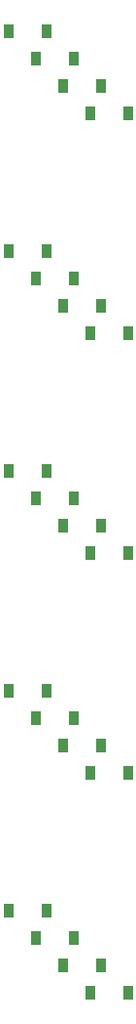
<source format=gbr>
%TF.GenerationSoftware,KiCad,Pcbnew,(5.1.9)-1*%
%TF.CreationDate,2021-04-12T01:02:27-04:00*%
%TF.ProjectId,Genesis Numpad,47656e65-7369-4732-904e-756d7061642e,rev?*%
%TF.SameCoordinates,Original*%
%TF.FileFunction,Paste,Top*%
%TF.FilePolarity,Positive*%
%FSLAX46Y46*%
G04 Gerber Fmt 4.6, Leading zero omitted, Abs format (unit mm)*
G04 Created by KiCad (PCBNEW (5.1.9)-1) date 2021-04-12 01:02:27*
%MOMM*%
%LPD*%
G01*
G04 APERTURE LIST*
%ADD10R,0.900000X1.200000*%
G04 APERTURE END LIST*
D10*
%TO.C,D20*%
X112650000Y-129381250D03*
X115950000Y-129381250D03*
%TD*%
%TO.C,D19*%
X112650000Y-110331250D03*
X115950000Y-110331250D03*
%TD*%
%TO.C,D18*%
X112650000Y-91281250D03*
X115950000Y-91281250D03*
%TD*%
%TO.C,D17*%
X112650000Y-72231250D03*
X115950000Y-72231250D03*
%TD*%
%TO.C,D16*%
X112650000Y-53181250D03*
X115950000Y-53181250D03*
%TD*%
%TO.C,D15*%
X115031250Y-131762500D03*
X118331250Y-131762500D03*
%TD*%
%TO.C,D14*%
X115031250Y-112712500D03*
X118331250Y-112712500D03*
%TD*%
%TO.C,D13*%
X115031250Y-93662500D03*
X118331250Y-93662500D03*
%TD*%
%TO.C,D12*%
X115031250Y-74612500D03*
X118331250Y-74612500D03*
%TD*%
%TO.C,D11*%
X115031250Y-55562500D03*
X118331250Y-55562500D03*
%TD*%
%TO.C,D10*%
X117412500Y-134143750D03*
X120712500Y-134143750D03*
%TD*%
%TO.C,D9*%
X117412500Y-115093750D03*
X120712500Y-115093750D03*
%TD*%
%TO.C,D8*%
X117412500Y-96043750D03*
X120712500Y-96043750D03*
%TD*%
%TO.C,D7*%
X117412500Y-76993750D03*
X120712500Y-76993750D03*
%TD*%
%TO.C,D6*%
X117412500Y-57943750D03*
X120712500Y-57943750D03*
%TD*%
%TO.C,D5*%
X119793750Y-136525000D03*
X123093750Y-136525000D03*
%TD*%
%TO.C,D4*%
X119793750Y-117475000D03*
X123093750Y-117475000D03*
%TD*%
%TO.C,D3*%
X119793750Y-98425000D03*
X123093750Y-98425000D03*
%TD*%
%TO.C,D2*%
X119793750Y-79375000D03*
X123093750Y-79375000D03*
%TD*%
%TO.C,D1*%
X119793750Y-60325000D03*
X123093750Y-60325000D03*
%TD*%
M02*

</source>
